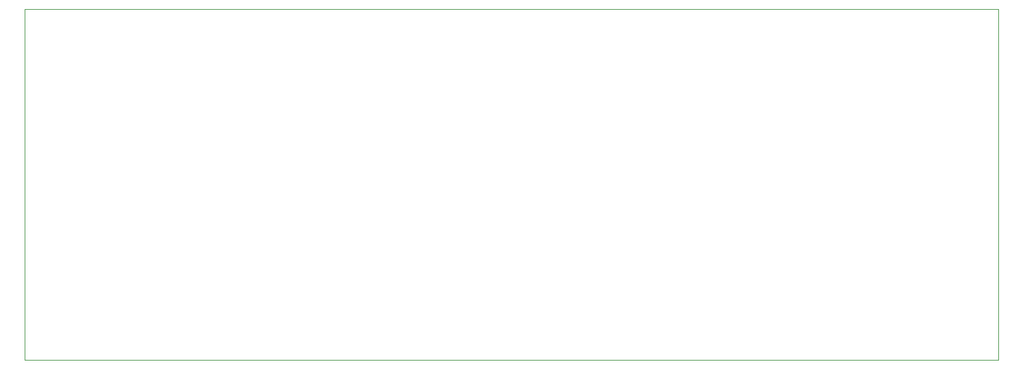
<source format=gbr>
G04 #@! TF.FileFunction,Profile,NP*
%FSLAX46Y46*%
G04 Gerber Fmt 4.6, Leading zero omitted, Abs format (unit mm)*
G04 Created by KiCad (PCBNEW (2015-01-16 BZR 5376)-product) date 2/20/2015 2:24:23 PM*
%MOMM*%
G01*
G04 APERTURE LIST*
%ADD10C,0.100000*%
G04 APERTURE END LIST*
D10*
X208280000Y-91440000D02*
X208280000Y-86360000D01*
X81280000Y-86360000D02*
X81280000Y-91440000D01*
X81280000Y-91440000D02*
X208280000Y-91440000D01*
X208280000Y-86360000D02*
X208280000Y-83820000D01*
X81280000Y-83820000D02*
X81280000Y-86360000D01*
X81280000Y-83820000D02*
X81280000Y-45720000D01*
X101600000Y-45720000D02*
X81280000Y-45720000D01*
X208280000Y-45720000D02*
X208280000Y-83820000D01*
X101600000Y-45720000D02*
X208280000Y-45720000D01*
M02*

</source>
